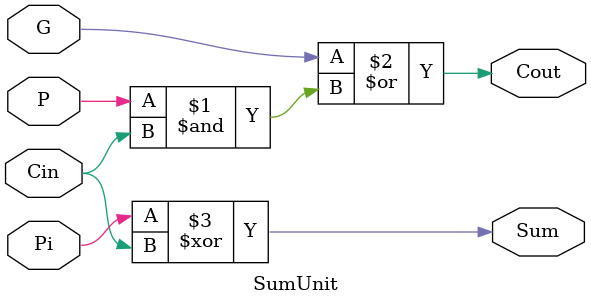
<source format=v>
`timescale 1ns / 1ps
module SumUnit(
	input  G,
	input  P,
	input  Pi,
	input  Cin,
	output Cout,
	output Sum
    );

	assign Cout = G | (P & Cin);
	assign Sum  = Pi^Cin;

endmodule

</source>
